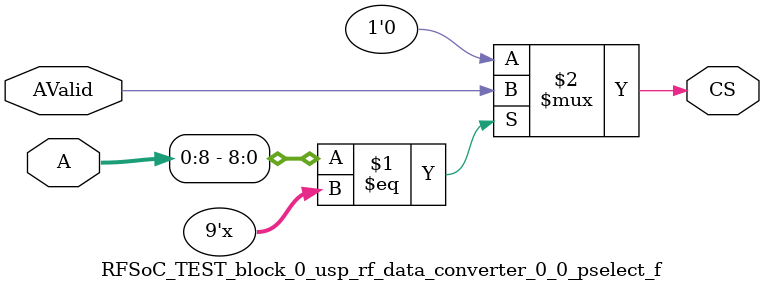
<source format=v>
`timescale 1 ps/1 ps

module RFSoC_TEST_block_0_usp_rf_data_converter_0_0_pselect_f ( A, AValid, CS) ;

parameter C_AB  = 9;
parameter C_AW  = 32;
parameter [0:C_AW - 1] C_BAR =  'bz;
parameter C_FAMILY  = "nofamily";
input[0:C_AW-1] A; 
input AValid; 
output CS; 
wire CS;
parameter [0:C_AB-1]BAR = C_BAR[0:C_AB-1];

//----------------------------------------------------------------------------
// Build a behavioral decoder
//----------------------------------------------------------------------------
generate
if (C_AB > 0) begin : XST_WA
assign CS = (A[0:C_AB - 1] == BAR[0:C_AB - 1]) ? AValid : 1'b0 ;
end
endgenerate

generate
if (C_AB == 0) begin : PASS_ON_GEN
assign CS = AValid ;
end
endgenerate
endmodule

</source>
